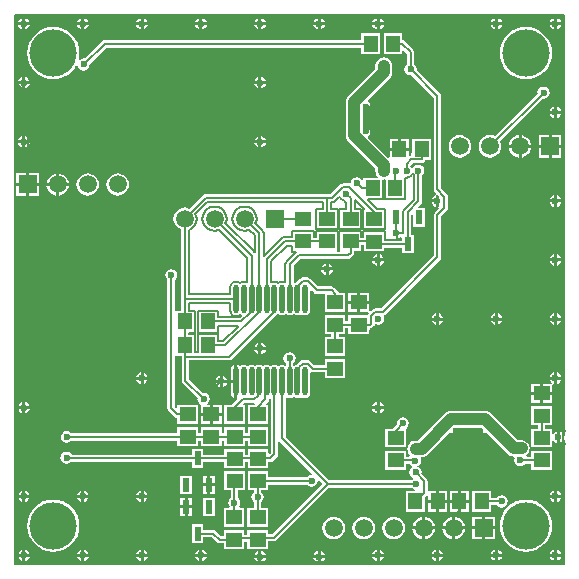
<source format=gbl>
%FSTAX23Y23*%
%MOIN*%
%SFA1B1*%

%IPPOS*%
%ADD12C,0.039370*%
%ADD14R,0.053150X0.047244*%
%ADD15R,0.047244X0.053150*%
%ADD25C,0.008000*%
%ADD26C,0.157480*%
%ADD27C,0.059055*%
%ADD28R,0.059055X0.059055*%
%ADD29C,0.023622*%
%ADD30O,0.017717X0.094488*%
%ADD31R,0.023622X0.045275*%
%ADD32R,0.189240X0.129689*%
%ADD33R,0.124271X0.192653*%
%ADD34R,0.082000X0.026000*%
%ADD35R,0.066000X0.082000*%
%ADD59C,0.005000*%
%ADD60C,0.010000*%
%LNv2-1*%
%LPD*%
G54D59*
X039Y03501D02*
X039Y03501D01*
X039Y035*
X03895Y03508*
X03888Y03513*
X03882Y03514*
Y03492*
Y0347*
X03888Y03471*
X03895Y03476*
X039Y03483*
X039Y03482*
X039Y03482*
Y03067*
X02067*
Y049*
X039*
Y03501*
G54D60*
X03895Y03505D02*
X03894Y03505D01*
X0389Y03524*
X03899Y03511*
X0389Y03517*
X03877Y0352*
Y03492*
Y03463*
X0389Y03466*
X03899Y03472*
X0389Y03459*
X03894Y03478*
X03895Y03478*
Y03072*
X02072*
Y04895*
X03895*
Y03505*
X02074Y03078D02*
X03895D01*
X02074Y03088D02*
X03895D01*
X02074Y03098D02*
X03895D01*
X02074Y03108D02*
X03895D01*
X02074Y03118D02*
X03895D01*
X02074Y03128D02*
X03895D01*
X02074Y03138D02*
X03895D01*
X02074Y03148D02*
X03895D01*
X02074Y03158D02*
X03895D01*
X02074Y03168D02*
X03895D01*
X02074Y03178D02*
X03895D01*
X02074Y03188D02*
X03895D01*
X02074Y03198D02*
X03895D01*
X02074Y03208D02*
X03895D01*
X02074Y03218D02*
X03895D01*
X02074Y03228D02*
X03895D01*
X02074Y03238D02*
X03895D01*
X02074Y03248D02*
X03895D01*
X02074Y03258D02*
X03895D01*
X02074Y03268D02*
X03895D01*
X02074Y03278D02*
X03895D01*
X02074Y03288D02*
X03895D01*
X02074Y03298D02*
X03895D01*
X02074Y03308D02*
X03895D01*
X02074Y03318D02*
X03895D01*
X02074Y03328D02*
X03895D01*
X02074Y03338D02*
X03895D01*
X02074Y03348D02*
X03895D01*
X02074Y03358D02*
X03895D01*
X02074Y03368D02*
X03895D01*
X02074Y03378D02*
X03895D01*
X02074Y03388D02*
X03895D01*
X02074Y03398D02*
X03895D01*
X02074Y03408D02*
X03895D01*
X02074Y03418D02*
X03895D01*
X02074Y03428D02*
X03895D01*
X02074Y03438D02*
X03895D01*
X02074Y03448D02*
X03895D01*
X02074Y03458D02*
X03895D01*
X02074Y03468D02*
X03875D01*
X03894D02*
X03895D01*
X02074Y03478D02*
X03875D01*
X02074Y03488D02*
X03875D01*
X02074Y03498D02*
X03875D01*
X02074Y03508D02*
X03875D01*
X03896D02*
X03895D01*
X02074Y03518D02*
X03875D01*
X03892D02*
X03895D01*
X02074Y03528D02*
X03895D01*
X02074Y03538D02*
X03895D01*
X02074Y03548D02*
X03895D01*
X02074Y03558D02*
X03895D01*
X02074Y03568D02*
X03895D01*
X02074Y03578D02*
X03895D01*
X02074Y03588D02*
X03895D01*
X02074Y03598D02*
X03895D01*
X02074Y03608D02*
X03895D01*
X02074Y03618D02*
X03895D01*
X02074Y03628D02*
X03895D01*
X02074Y03638D02*
X03895D01*
X02074Y03648D02*
X03895D01*
X02074Y03658D02*
X03895D01*
X02074Y03668D02*
X03895D01*
X02074Y03678D02*
X03895D01*
X02074Y03688D02*
X03895D01*
X02074Y03698D02*
X03895D01*
X02074Y03708D02*
X03895D01*
X02074Y03718D02*
X03895D01*
X02074Y03728D02*
X03895D01*
X02074Y03738D02*
X03895D01*
X02074Y03748D02*
X03895D01*
X02074Y03758D02*
X03895D01*
X02074Y03768D02*
X03895D01*
X02074Y03778D02*
X03895D01*
X02074Y03788D02*
X03895D01*
X02074Y03798D02*
X03895D01*
X02074Y03808D02*
X03895D01*
X02074Y03818D02*
X03895D01*
X02074Y03828D02*
X03895D01*
X02074Y03838D02*
X03895D01*
X02074Y03848D02*
X03895D01*
X02074Y03858D02*
X03895D01*
X02074Y03868D02*
X03895D01*
X02074Y03878D02*
X03895D01*
X02074Y03888D02*
X03895D01*
X02074Y03898D02*
X03895D01*
X02074Y03908D02*
X03895D01*
X02074Y03918D02*
X03895D01*
X02074Y03928D02*
X03895D01*
X02074Y03938D02*
X03895D01*
X02074Y03948D02*
X03895D01*
X02074Y03958D02*
X03895D01*
X02074Y03968D02*
X03895D01*
X02074Y03978D02*
X03895D01*
X02074Y03988D02*
X03895D01*
X02074Y03998D02*
X03895D01*
X02074Y04008D02*
X03895D01*
X02074Y04018D02*
X03895D01*
X02074Y04028D02*
X03895D01*
X02074Y04038D02*
X03895D01*
X02074Y04048D02*
X03895D01*
X02074Y04058D02*
X03895D01*
X02074Y04068D02*
X03895D01*
X02074Y04078D02*
X03895D01*
X02074Y04088D02*
X03895D01*
X02074Y04098D02*
X03895D01*
X02074Y04108D02*
X03895D01*
X02074Y04118D02*
X03895D01*
X02074Y04128D02*
X03895D01*
X02074Y04138D02*
X03895D01*
X02074Y04148D02*
X03895D01*
X02074Y04158D02*
X03895D01*
X02074Y04168D02*
X03895D01*
X02074Y04178D02*
X03895D01*
X02074Y04188D02*
X03895D01*
X02074Y04198D02*
X03895D01*
X02074Y04208D02*
X03895D01*
X02074Y04218D02*
X03895D01*
X02074Y04228D02*
X03895D01*
X02074Y04238D02*
X03895D01*
X02074Y04248D02*
X03895D01*
X02074Y04258D02*
X03895D01*
X02074Y04268D02*
X03895D01*
X02074Y04278D02*
X03895D01*
X02074Y04288D02*
X03895D01*
X02074Y04298D02*
X03895D01*
X02074Y04308D02*
X03895D01*
X02074Y04318D02*
X03895D01*
X02074Y04328D02*
X03895D01*
X02074Y04338D02*
X03895D01*
X02074Y04348D02*
X03895D01*
X02074Y04358D02*
X03895D01*
X02074Y04368D02*
X03895D01*
X02074Y04378D02*
X03895D01*
X02074Y04388D02*
X03895D01*
X02074Y04398D02*
X03895D01*
X02074Y04408D02*
X03895D01*
X02074Y04418D02*
X03895D01*
X02074Y04428D02*
X03895D01*
X02074Y04438D02*
X03895D01*
X02074Y04448D02*
X03895D01*
X02074Y04458D02*
X03895D01*
X02074Y04468D02*
X03895D01*
X02074Y04478D02*
X03895D01*
X02074Y04488D02*
X03895D01*
X02074Y04498D02*
X03895D01*
X02074Y04508D02*
X03895D01*
X02074Y04518D02*
X03895D01*
X02074Y04528D02*
X03895D01*
X02074Y04538D02*
X03895D01*
X02074Y04548D02*
X03895D01*
X02074Y04558D02*
X03895D01*
X02074Y04568D02*
X03895D01*
X02074Y04578D02*
X03895D01*
X02074Y04588D02*
X03895D01*
X02074Y04598D02*
X03895D01*
X02074Y04608D02*
X03895D01*
X02074Y04618D02*
X03895D01*
X02074Y04628D02*
X03895D01*
X02074Y04638D02*
X03895D01*
X02074Y04648D02*
X03895D01*
X02074Y04658D02*
X03895D01*
X02074Y04668D02*
X03895D01*
X02074Y04678D02*
X03895D01*
X02074Y04688D02*
X03895D01*
X02074Y04698D02*
X03895D01*
X02074Y04708D02*
X03895D01*
X02074Y04718D02*
X03895D01*
X02074Y04728D02*
X03895D01*
X02074Y04738D02*
X03895D01*
X02074Y04748D02*
X03895D01*
X02074Y04758D02*
X03895D01*
X02074Y04768D02*
X03895D01*
X02074Y04778D02*
X03895D01*
X02074Y04788D02*
X03895D01*
X02074Y04798D02*
X03895D01*
X02074Y04808D02*
X03895D01*
X02074Y04818D02*
X03895D01*
X02074Y04828D02*
X03895D01*
X02074Y04838D02*
X03895D01*
X02074Y04848D02*
X03895D01*
X02074Y04858D02*
X03895D01*
X02074Y04868D02*
X03895D01*
X02074Y04878D02*
X03895D01*
X02074Y04888D02*
X03895D01*
X02988Y04105D02*
X03002D01*
X03Y04111*
X03001Y04112*
X0297Y04081*
X02966Y04075*
X02965Y04068*
Y04012*
X02968Y04013*
X02968Y04014*
X02959Y04015*
X02949Y04014*
X02946Y04011*
X02943Y04014*
X02933Y04015*
X02924Y04014*
X02924Y04013*
X02927Y04012*
Y04076*
X02976Y04124*
X02988*
Y04105*
X02929Y04018D02*
Y04077D01*
X02939Y04016D02*
Y04087D01*
X02949Y04016D02*
Y04097D01*
X02959Y04018D02*
Y04107D01*
X02969Y0408D02*
Y04117D01*
X02979Y04092D02*
Y04125D01*
X02989Y04102D02*
Y04105D01*
X02999Y04108D02*
Y04109D01*
X03393Y0436D02*
X03393Y0436D01*
Y04285*
X03363Y04255*
X03359Y04249*
X03358Y04242*
Y04175*
X03363Y04177*
X03355Y04187*
X03353Y04176*
X03338*
Y04145*
X03351Y04147*
X03354Y0415*
X0335Y04151*
Y04155*
X03307*
Y04182*
X03224*
Y04164*
X03228*
Y04183*
X03145*
Y04116*
X03145Y04116*
X0315Y04125*
Y04113*
Y04183*
X03067*
Y04164*
X03071*
Y04183*
X02988*
Y04164*
X02967*
X02961Y04162*
X02955Y04158*
X02933Y04137*
X02906Y04098*
X02902Y04099*
Y04172*
X02901Y04176*
X029Y04178*
X02896Y04184*
X02876Y04205*
X02877Y04208*
X02879Y0422*
X02877Y04231*
X02873Y04242*
X02866Y04252*
X02856Y04259*
X02845Y04263*
X02834Y04265*
X02822Y04263*
X02811Y04259*
X02801Y04252*
X02794Y04242*
X0279Y04231*
X02788Y0422*
X0279Y04208*
X02794Y04197*
X02801Y04187*
X02811Y0418*
X02822Y04176*
X02834Y04174*
X02845Y04176*
X02848Y04177*
X02863Y04163*
Y04112*
X02858Y04111*
X02831Y04149*
X02776Y04205*
X02777Y04208*
X02779Y0422*
X02777Y04231*
X02773Y04242*
X02766Y04252*
X02756Y04259*
X02745Y04263*
X02734Y04265*
X02722Y04263*
X02711Y04259*
X02701Y04252*
X02694Y04242*
X0269Y04231*
X02688Y0422*
X0269Y04208*
X02694Y04197*
X02701Y04187*
X02711Y0418*
X02722Y04176*
X02734Y04174*
X02745Y04176*
X02748Y04177*
X02837Y04088*
Y04012*
X0284Y04013*
X0284Y04014*
X02831Y04015*
X02821Y04014*
X02818Y04011*
X02815Y04014*
X02805Y04015*
X02796Y04014*
X02788Y04008*
X02783Y04*
X02781Y03991*
Y03972*
X02653*
Y04179*
X02656Y0418*
X02666Y04187*
X02673Y04197*
X02677Y04208*
X02679Y0422*
X02677Y04231*
X02676Y04234*
X02712Y0427*
X03089*
Y04258*
X03067*
Y0418*
X0315*
Y04258*
X03128*
Y0427*
X03127*
X03134Y04271*
X03139Y04275*
X03151Y04287*
X03148Y04287*
X03152Y04282*
X03161Y04276*
X03165Y04275*
X03167Y04266*
Y04258*
X03145*
Y0418*
X03228*
Y04258*
X03206*
Y04279*
X03204Y04278*
X03201Y04278*
X03227Y04252*
X03229Y04257*
X03224*
Y04179*
X03307*
Y04257*
X03278*
X03251Y04284*
X03249Y0428*
X033*
Y04344*
X03299Y04343*
X03298Y04343*
X03298Y04343*
X03297Y04344*
Y0428*
X03375*
Y04352*
X03373Y04351*
X03373Y04351*
X03384Y04353*
X03393Y04359*
X03395Y04362*
X03392*
X03393Y0436*
X02655Y03977D02*
X0278D01*
X02655Y03987D02*
X0278D01*
X02655Y03997D02*
X02782D01*
X02655Y04007D02*
X02786D01*
X02655Y04017D02*
X02836D01*
X02655Y04027D02*
X02836D01*
X02655Y04037D02*
X02836D01*
X02655Y04047D02*
X02836D01*
X02655Y04057D02*
X02836D01*
X02655Y04067D02*
X02836D01*
X02655Y04077D02*
X02836D01*
X02655Y04087D02*
X02836D01*
X02655Y04097D02*
X02828D01*
X02655Y04107D02*
X02818D01*
X02903D02*
X02912D01*
X02655Y04117D02*
X02808D01*
X02857D02*
X02862D01*
X02903D02*
X02918D01*
X02655Y04127D02*
X02798D01*
X02849D02*
X02862D01*
X02903D02*
X02926D01*
X03147D02*
X0315D01*
X02655Y04137D02*
X02788D01*
X02843D02*
X02862D01*
X02903D02*
X02932D01*
X03147D02*
X0315D01*
X02655Y04147D02*
X02778D01*
X02837D02*
X02862D01*
X02903D02*
X02942D01*
X03147D02*
X0315D01*
X03339D02*
X03346D01*
X02655Y04157D02*
X02768D01*
X02827D02*
X02862D01*
X02903D02*
X02952D01*
X03147D02*
X0315D01*
X03309D02*
X03336D01*
X02655Y04167D02*
X02758D01*
X02817D02*
X02858D01*
X02903D02*
X02986D01*
X03069D02*
X0307D01*
X03147D02*
X0315D01*
X03225D02*
X03228D01*
X03309D02*
X03336D01*
X02655Y04177D02*
X02718D01*
X02749D02*
X02748D01*
X02807D02*
X02818D01*
X02849D02*
X02848D01*
X02903D02*
X02986D01*
X03069D02*
X0307D01*
X03147D02*
X0315D01*
X03225D02*
X03228D01*
X03309D02*
X03354D01*
X03359D02*
X03362D01*
X02667Y04187D02*
X02702D01*
X02797D02*
X02802D01*
X02897D02*
X03066D01*
X03147D02*
X0315D01*
X03225D02*
X03228D01*
X03309D02*
X03356D01*
X02675Y04197D02*
X02694D01*
X02787D02*
X02794D01*
X02887D02*
X03066D01*
X03147D02*
X0315D01*
X03225D02*
X03228D01*
X03309D02*
X03356D01*
X02679Y04207D02*
X0269D01*
X02779D02*
X0279D01*
X02879D02*
X03066D01*
X03147D02*
X0315D01*
X03225D02*
X03228D01*
X03309D02*
X03356D01*
X02681Y04217D02*
X02688D01*
X02781D02*
X02788D01*
X02881D02*
X03066D01*
X03147D02*
X0315D01*
X03225D02*
X03228D01*
X03309D02*
X03356D01*
X02681Y04227D02*
X02688D01*
X02781D02*
X02788D01*
X02881D02*
X03066D01*
X03147D02*
X0315D01*
X03225D02*
X03228D01*
X03309D02*
X03356D01*
X02681Y04237D02*
X02692D01*
X02777D02*
X02792D01*
X02877D02*
X03066D01*
X03147D02*
X0315D01*
X03225D02*
X03228D01*
X03309D02*
X03356D01*
X02691Y04247D02*
X02698D01*
X02771D02*
X02798D01*
X02871D02*
X03066D01*
X03147D02*
X0315D01*
X03225D02*
X03228D01*
X03309D02*
X03358D01*
X02701Y04257D02*
X02708D01*
X02761D02*
X02808D01*
X02861D02*
X03066D01*
X03147D02*
X0315D01*
X03225D02*
X03228D01*
X03279D02*
X03364D01*
X02711Y04267D02*
X03088D01*
X03131D02*
X03166D01*
X03209D02*
X03212D01*
X03271D02*
X03374D01*
X03143Y04277D02*
X03158D01*
X03205D02*
X03206D01*
X03261D02*
X03384D01*
X03151Y04287D02*
X0315D01*
X03299D02*
X033D01*
X03377D02*
X03392D01*
X03299Y04297D02*
X033D01*
X03377D02*
X03392D01*
X03299Y04307D02*
X033D01*
X03377D02*
X03392D01*
X03299Y04317D02*
X033D01*
X03377D02*
X03392D01*
X03299Y04327D02*
X033D01*
X03377D02*
X03392D01*
X03299Y04337D02*
X033D01*
X03377D02*
X03392D01*
X03377Y04347D02*
X03392D01*
X03393Y04357D02*
X03392D01*
X02781Y03913D02*
X02783Y03904D01*
X02788Y03896*
X02796Y03891*
X02805Y03889*
X02815Y03891*
X02818Y03893*
X02816Y03895*
X02816Y03897*
X02815Y03896*
X0275*
Y03918*
X02672*
Y03835*
X0275*
Y03857*
X02808*
X02806Y03862*
X02761Y03817*
X0275*
Y03839*
X02672*
Y03779*
X02675*
Y03839*
X02653*
Y03835*
X02675*
Y03918*
X02653*
Y03933*
X02781*
Y03913*
X02673Y03784D02*
X02674D01*
X02673Y03794D02*
X02674D01*
X02673Y03804D02*
X02674D01*
X02673Y03814D02*
X02674D01*
X02673Y03824D02*
X02674D01*
X02751D02*
X02766D01*
X02673Y03834D02*
X02674D01*
X02751D02*
X02776D01*
X02673Y03844D02*
X02674D01*
X02751D02*
X02786D01*
X02673Y03854D02*
X02674D01*
X02751D02*
X02796D01*
X02673Y03864D02*
X02674D01*
X02673Y03874D02*
X02674D01*
X02673Y03884D02*
X02674D01*
X02673Y03894D02*
X02674D01*
X02795D02*
X02819D01*
X02673Y03904D02*
X02674D01*
X02751D02*
X02782D01*
X02673Y03914D02*
X02674D01*
X02751D02*
X0278D01*
X02655Y03924D02*
X0278D01*
%LNv2-2*%
%LPC*%
G36*
X02659Y03363D02*
X02619D01*
Y03302*
X02659*
Y03363*
G37*
G36*
X02734Y03327D02*
X02719D01*
Y03302*
X02734*
Y03327*
G37*
G36*
X02709D02*
X02694D01*
Y03302*
X02709*
Y03327*
G37*
G36*
X03875Y03314D02*
Y033D01*
X03889*
X03888Y03302*
X03884Y03309*
X03877Y03313*
X03875Y03314*
G37*
G36*
X02487D02*
X02484Y03313D01*
X02477Y03309*
X02473Y03302*
X02473Y033*
X02487*
Y03314*
G37*
G36*
X02497D02*
Y033D01*
X02511*
X0251Y03302*
X02506Y03309*
X02499Y03313*
X02497Y03314*
G37*
G36*
X03865D02*
X03862Y03313D01*
X03855Y03309*
X03851Y03302*
X03851Y033*
X03865*
Y03314*
G37*
G36*
X02709Y03363D02*
X02694D01*
Y03337*
X02709*
Y03363*
G37*
G36*
X03858Y03594D02*
X03789D01*
Y03531*
X03811*
Y0352*
X03789*
Y03457*
X03858*
Y03479*
X03863Y03481*
X03865Y03477*
X03871Y03473*
X03874Y03473*
Y03492*
Y03511*
X03871Y0351*
X03865Y03506*
X03863Y03503*
X03858Y03504*
Y0352*
X03836*
Y03531*
X03858*
Y03594*
G37*
G36*
X02835Y03524D02*
X02766D01*
Y03504*
X02757*
Y03524*
X02688*
Y03504*
X02679*
Y03524*
X0261*
Y03504*
X02256*
X02255Y03506*
X02249Y03511*
X02241Y03512*
X02233Y03511*
X02227Y03506*
X02222Y035*
X02221Y03492*
X02222Y03484*
X02227Y03478*
X02233Y03474*
X02241Y03472*
X02249Y03474*
X02255Y03478*
X02256Y0348*
X0261*
Y03461*
X02679*
Y0348*
X02688*
Y03461*
X02757*
Y0348*
X02766*
Y03461*
X02835*
Y0348*
X02844*
Y03461*
X02913*
Y03524*
X02844*
Y03504*
X02835*
Y03524*
G37*
G36*
X02718Y03562D02*
X02688D01*
Y03535*
X02718*
Y03562*
G37*
G36*
X03362Y03557D02*
X03354Y03555D01*
X03347Y03551*
X03343Y03544*
X03341Y03537*
X03342Y03534*
X03328Y0352*
X03302*
Y03457*
X03371*
Y03519*
X03376Y03522*
X0338Y03529*
X03382Y03537*
X0338Y03544*
X03376Y03551*
X03369Y03555*
X03362Y03557*
G37*
G36*
X02734Y03363D02*
X02719D01*
Y03337*
X02734*
Y03363*
G37*
G36*
X03534Y03388D02*
X0352D01*
X03521Y03386*
X03525Y03379*
X03531Y03375*
X03534Y03374*
Y03388*
G37*
G36*
X03637D02*
X03623D01*
Y03374*
X03626Y03375*
X03632Y03379*
X03636Y03386*
X03637Y03388*
G37*
G36*
X023Y03314D02*
Y033D01*
X02314*
X02313Y03302*
X02309Y03309*
X02302Y03313*
X023Y03314*
G37*
G36*
X02314Y0329D02*
X023D01*
Y03276*
X02302Y03276*
X02309Y03281*
X02313Y03287*
X02314Y0329*
G37*
G36*
X0229D02*
X02276D01*
X02276Y03287*
X02281Y03281*
X02287Y03276*
X0229Y03276*
Y0329*
G37*
G36*
X02511D02*
X02497D01*
Y03276*
X02499Y03276*
X02506Y03281*
X0251Y03287*
X02511Y0329*
G37*
G36*
X02487D02*
X02473D01*
X02473Y03287*
X02477Y03281*
X02484Y03276*
X02487Y03276*
Y0329*
G37*
G36*
X02659Y03289D02*
X02644D01*
Y03264*
X02659*
Y03289*
G37*
G36*
X02634D02*
X02619D01*
Y03264*
X02634*
Y03289*
G37*
G36*
X02117Y0329D02*
X02103D01*
Y03276*
X02106Y03276*
X02112Y03281*
X02116Y03287*
X02117Y0329*
G37*
G36*
X02093D02*
X02079D01*
X02079Y03287*
X02084Y03281*
X0209Y03276*
X02093Y03276*
Y0329*
G37*
G36*
Y03314D02*
X0209Y03313D01*
X02084Y03309*
X02079Y03302*
X02079Y033*
X02093*
Y03314*
G37*
G36*
X03582Y03311D02*
X03555D01*
Y03282*
X03582*
Y03311*
G37*
G36*
X0229Y03314D02*
X02287Y03313D01*
X02281Y03309*
X02276Y03302*
X02276Y033*
X0229*
Y03314*
G37*
G36*
X02103D02*
Y033D01*
X02117*
X02116Y03302*
X02112Y03309*
X02106Y03313*
X02103Y03314*
G37*
G36*
X03889Y0329D02*
X03875D01*
Y03276*
X03877Y03276*
X03884Y03281*
X03888Y03287*
X03889Y0329*
G37*
G36*
X03865D02*
X03851D01*
X03851Y03287*
X03855Y03281*
X03862Y03276*
X03865Y03276*
Y0329*
G37*
G36*
X03545Y03311D02*
X03519D01*
Y03282*
X03545*
Y03311*
G37*
G36*
X03509D02*
X03483D01*
Y03282*
X03509*
Y03311*
G37*
G36*
X028Y03731D02*
X02799Y03731D01*
X02793Y03727*
X0279Y03722*
X02788Y03715*
Y03682*
X028*
Y03731*
G37*
G36*
X02761Y03696D02*
Y03682D01*
X02775*
X02774Y03684*
X0277Y03691*
X02763Y03695*
X02761Y03696*
G37*
G36*
X02497Y03708D02*
Y03693D01*
X02511*
X0251Y03696*
X02506Y03703*
X02499Y03707*
X02497Y03708*
G37*
G36*
X02487D02*
X02484Y03707D01*
X02477Y03703*
X02473Y03696*
X02473Y03693*
X02487*
Y03708*
G37*
G36*
X03889Y03683D02*
X03875D01*
Y03669*
X03877Y0367*
X03884Y03674*
X03888Y03681*
X03889Y03683*
G37*
G36*
X02511D02*
X02497D01*
Y03669*
X02499Y0367*
X02506Y03674*
X0251Y03681*
X02511Y03683*
G37*
G36*
X02751Y03696D02*
X02748Y03695D01*
X02742Y03691*
X02737Y03684*
X02737Y03682*
X02751*
Y03696*
G37*
G36*
X03865Y03683D02*
X03851D01*
X03851Y03681*
X03855Y03674*
X03857Y03673*
X03856Y0367*
X03856Y03668*
X03829*
Y03642*
X03858*
Y03664*
X03859Y03666*
X03861Y03668*
X03862Y0367*
X03865Y03669*
Y03683*
G37*
G36*
X0288Y03806D02*
X02878Y03805D01*
X02871Y03801*
X02867Y03795*
X02866Y03792*
X0288*
Y03806*
G37*
G36*
X02904Y03782D02*
X0289D01*
Y03768*
X02893Y03768*
X029Y03773*
X02904Y03779*
X02904Y03782*
G37*
G36*
X03471Y0388D02*
X03457D01*
X03457Y03878*
X03462Y03871*
X03468Y03867*
X03471Y03866*
Y0388*
G37*
G36*
X0289Y03806D02*
Y03792D01*
X02904*
X02904Y03795*
X029Y03801*
X02893Y03805*
X0289Y03806*
G37*
G36*
X03875Y03708D02*
Y03693D01*
X03889*
X03888Y03696*
X03884Y03703*
X03877Y03707*
X03875Y03708*
G37*
G36*
X03865D02*
X03862Y03707D01*
X03855Y03703*
X03851Y03696*
X03851Y03693*
X03865*
Y03708*
G37*
G36*
X0288Y03782D02*
X02866D01*
X02867Y03779*
X02871Y03773*
X02878Y03768*
X0288Y03768*
Y03782*
G37*
G36*
X02984Y03774D02*
X02976Y03772D01*
X02969Y03768*
X02965Y03761*
X02963Y03754*
X02965Y03746*
X02969Y03739*
X02971Y03738*
Y03732*
X02967Y0373*
X02965Y03731*
X02959Y03732*
X02952Y03731*
X02947Y03727*
X02945*
X0294Y03731*
X02933Y03732*
X02927Y03731*
X02921Y03727*
X0292*
X02914Y03731*
X02908Y03732*
X02901Y03731*
X02896Y03727*
X02894*
X02889Y03731*
X02882Y03732*
X02876Y03731*
X0287Y03727*
X02869*
X02863Y03731*
X02857Y03732*
X0285Y03731*
X02844Y03727*
X02843*
X02837Y03731*
X02831Y03732*
X02824Y03731*
X02819Y03727*
X02817*
X02812Y03731*
X0281Y03731*
Y03677*
Y03622*
X02807Y03621*
X02809Y03617*
X02792Y036*
X02791Y03598*
X02766*
Y03535*
X02835*
Y03598*
X02831*
X02829Y03603*
X02832Y03605*
X02865*
X02866Y03606*
X02869Y03603*
X02868Y03601*
X02864Y03598*
X02844*
Y03535*
X02913*
Y03598*
X02907*
X02905Y03603*
X02911Y03609*
X02914Y03613*
X02915Y03618*
Y0362*
X02919Y03623*
X02921Y03622*
Y03439*
X02918Y03436*
X02913Y03438*
Y03451*
X02844*
Y03433*
X02835*
Y03451*
X02766*
Y03433*
X02696*
Y03451*
X02657*
Y03433*
X02257*
X02255Y03437*
X02248Y03441*
X02241Y03443*
X02233Y03441*
X02226Y03437*
X02222Y0343*
X0222Y03423*
X02222Y03415*
X02226Y03408*
X02233Y03404*
X02241Y03402*
X02248Y03404*
X02255Y03408*
X02255Y03409*
X02657*
Y0339*
X02696*
Y03409*
X02766*
Y03388*
X02835*
Y03409*
X02844*
Y03388*
X02913*
Y03409*
X0292*
X02924Y0341*
X02928Y03412*
X02942Y03426*
X02944Y0343*
X02945Y03434*
Y03478*
X0295Y03479*
X0295Y03479*
X03059Y0337*
X03057Y03365*
X03057Y03366*
X03049Y03364*
X03042Y0336*
X03041Y03357*
X02913*
Y03377*
X02844*
Y03314*
X02864*
Y03307*
X02862Y03306*
X02858Y03299*
X02856Y03292*
X02858Y03284*
X02862Y03277*
X02864Y03276*
Y03256*
X02842*
Y03193*
X02911*
Y03256*
X02889*
Y03276*
X02891Y03277*
X02895Y03284*
X02897Y03292*
X02895Y03299*
X02891Y03306*
X02889Y03307*
Y03314*
X02913*
Y03333*
X03041*
X03042Y03331*
X03049Y03327*
X03057Y03325*
X03064Y03327*
X03071Y03331*
X03075Y03338*
X03077Y03346*
X03076Y03346*
X03081Y03348*
X03091Y03338*
Y03333*
X02926Y03168*
X02911*
Y03182*
X02842*
Y03166*
X02833*
Y03182*
X02764*
Y03162*
X02755*
X02738Y03179*
X02734Y03181*
X0273Y03182*
X02696*
Y03201*
X02657*
Y0314*
X02696*
Y03158*
X02725*
X02742Y03141*
X02746Y03138*
X02751Y03137*
X02754Y03138*
X02764*
Y03119*
X02833*
Y03142*
X02842*
Y03119*
X02911*
Y03144*
X02932*
X02936Y03145*
X0294Y03148*
X03116Y03323*
X0339*
X03391Y03321*
X03398Y03317*
X03403Y03316*
X03403Y03316*
X03403Y03311*
X03372*
Y03242*
X03435*
Y03291*
X0344Y03296*
X03442Y03299*
X03446Y03297*
Y03282*
X03473*
Y03311*
X03447*
X03446*
X03444Y03314*
Y03346*
X03443Y03349*
X03443Y0335*
X0344Y03354*
X03423Y03371*
X03424Y03374*
X03422Y03381*
X03418Y03388*
X03411Y03392*
X0341Y03392*
Y03394*
X03417Y03398*
X03421Y03405*
X03423Y03413*
X03421Y0342*
X03421Y0342*
X03423Y03425*
X03424*
X03432Y03426*
X03438Y03428*
X03444Y03433*
X03516Y03505*
X03521Y03504*
X03525Y03497*
X03529Y03494*
Y03489*
X03525Y03486*
X03521Y0348*
X0352Y03477*
X03539*
Y03467*
X0352*
X03521Y03465*
X03525Y03458*
X03529Y03455*
Y0345*
X03525Y03447*
X03521Y0344*
X0352Y03438*
X03539*
Y03428*
X0352*
X03521Y03425*
X03525Y03419*
X03529Y03416*
Y03411*
X03525Y03408*
X03521Y03401*
X0352Y03398*
X03539*
Y03393*
X03544*
Y03374*
X03547Y03375*
X03553Y03379*
X03556Y03384*
X03561*
X03564Y03379*
X03571Y03375*
X03574Y03374*
Y03393*
X03584*
Y03374*
X03586Y03375*
X03593Y03379*
X03596Y03384*
X03601*
X03604Y03379*
X0361Y03375*
X03613Y03374*
Y03393*
X03618*
Y03398*
X03637*
X03636Y03401*
X03632Y03408*
X03626Y03412*
Y03414*
X03632Y03419*
X03636Y03425*
X03637Y03428*
X03618*
Y03438*
X03637*
X03636Y0344*
X03632Y03447*
X03626Y03451*
Y03454*
X03632Y03458*
X03636Y03465*
X03637Y03467*
X03618*
Y03477*
X03637*
X03636Y0348*
X03632Y03486*
X03626Y03491*
Y03493*
X03632Y03497*
X03636Y03504*
X03641Y03505*
X03712Y03434*
X03718Y03429*
X03724Y03427*
X03731Y03426*
X03734Y03422*
X03732Y03414*
X03734Y03406*
X03738Y034*
X03744Y03396*
X03752Y03394*
X0376Y03396*
X03766Y034*
X03768Y03402*
X03789*
Y03383*
X03858*
Y03446*
X03789*
Y03426*
X03774*
X03772Y03431*
X03776Y03434*
X03781Y0344*
X03783Y03446*
X03784Y03454*
X03783Y03461*
X03781Y03467*
X03776Y03473*
X0377Y03478*
X03764Y0348*
X03757Y03481*
X03743*
X03654Y03571*
X03648Y03575*
X03641Y03578*
X03634Y03579*
X03523*
X03516Y03578*
X03509Y03575*
X03503Y03571*
X03413Y0348*
X03404*
X03396Y03479*
X0339Y03477*
X03384Y03472*
X03379Y03466*
X03377Y0346*
X03376Y03453*
X03377Y03445*
X03379Y03439*
X03384Y03433*
X03385Y03432*
X03386Y03431*
X03383Y03426*
X03371*
Y03446*
X03302*
Y03383*
X03371*
Y03402*
X03386*
X03388Y03398*
X03393Y03395*
Y0339*
X03389Y03388*
X03385Y03381*
X03383Y03374*
X03385Y03366*
X03389Y03359*
X03394Y03356*
Y03351*
X03391Y0335*
X0339Y03348*
X03116*
X02971Y03493*
Y03622*
X02975Y03624*
X02978Y03623*
X02984Y03621*
X02991Y03623*
X02997Y03626*
X02998*
X03004Y03623*
X0301Y03621*
X03017Y03623*
X03022Y03626*
X03024*
X03029Y03623*
X03036Y03621*
X03042Y03623*
X03048Y03626*
X03051Y03632*
X03053Y03638*
Y03705*
X03057Y03708*
X03061Y03707*
X03101*
Y03688*
X0317*
Y03751*
X03101*
Y03731*
X03066*
X03053Y03744*
X03049Y03747*
X03044Y03748*
X03027*
X03022Y03747*
X03019Y03744*
X03006Y03732*
X03006Y03731*
X03004Y03731*
X03Y03729*
X02996Y03731*
Y03738*
X02998Y03739*
X03002Y03746*
X03004Y03754*
X03002Y03761*
X02998Y03768*
X02991Y03772*
X02984Y03774*
G37*
G36*
X02487Y03683D02*
X02473D01*
X02473Y03681*
X02477Y03674*
X02484Y0367*
X02487Y03669*
Y03683*
G37*
G36*
X02757Y03598D02*
X02728D01*
Y03572*
X02757*
Y03598*
G37*
G36*
X03298Y03585D02*
X03284D01*
Y03571*
X03287Y03572*
X03293Y03576*
X03298Y03582*
X03298Y03585*
G37*
G36*
X02103Y03609D02*
Y03595D01*
X02117*
X02116Y03598*
X02112Y03604*
X02106Y03609*
X02103Y03609*
G37*
G36*
X02093D02*
X0209Y03609D01*
X02084Y03604*
X02079Y03598*
X02079Y03595*
X02093*
Y03609*
G37*
G36*
Y03585D02*
X02079D01*
X02079Y03582*
X02084Y03576*
X0209Y03572*
X02093Y03571*
Y03585*
G37*
G36*
X02757Y03562D02*
X02728D01*
Y03535*
X02757*
Y03562*
G37*
G36*
X03274Y03585D02*
X0326D01*
X0326Y03582*
X03265Y03576*
X03271Y03572*
X03274Y03571*
Y03585*
G37*
G36*
X02117D02*
X02103D01*
Y03571*
X02106Y03572*
X02112Y03576*
X02116Y03582*
X02117Y03585*
G37*
G36*
X03819Y03668D02*
X03789D01*
Y03642*
X03819*
Y03668*
G37*
G36*
X028Y03672D02*
X02788D01*
Y03638*
X0279Y03632*
X02793Y03626*
X02799Y03623*
X028Y03622*
Y03672*
G37*
G36*
X02775D02*
X02761D01*
Y03658*
X02763Y03658*
X0277Y03663*
X02774Y03669*
X02775Y03672*
G37*
G36*
X02751D02*
X02737D01*
X02737Y03669*
X02742Y03663*
X02748Y03658*
X02751Y03658*
Y03672*
G37*
G36*
X03284Y03609D02*
Y03595D01*
X03298*
X03298Y03598*
X03293Y03604*
X03287Y03609*
X03284Y03609*
G37*
G36*
X03274D02*
X03271Y03609D01*
X03265Y03604*
X0326Y03598*
X0326Y03595*
X03274*
Y03609*
G37*
G36*
X03858Y03632D02*
X03829D01*
Y03605*
X03858*
Y03632*
G37*
G36*
X03819D02*
X03789D01*
Y03605*
X03819*
Y03632*
G37*
G36*
X03077Y03112D02*
X03074Y03111D01*
X03068Y03107*
X03064Y031*
X03063Y03097*
X03077*
Y03112*
G37*
G36*
X0289D02*
Y03097D01*
X02904*
X02904Y031*
X029Y03107*
X02893Y03111*
X0289Y03112*
G37*
G36*
X02093Y03117D02*
X0209Y03116D01*
X02084Y03112*
X02079Y03106*
X02079Y03103*
X02093*
Y03117*
G37*
G36*
X03087Y03112D02*
Y03097D01*
X03101*
X03101Y031*
X03096Y03107*
X0309Y03111*
X03087Y03112*
G37*
G36*
X03865Y03093D02*
X03851D01*
X03851Y0309*
X03855Y03084*
X03862Y03079*
X03865Y03079*
Y03093*
G37*
G36*
X03692D02*
X03678D01*
Y03079*
X0368Y03079*
X03687Y03084*
X03691Y0309*
X03692Y03093*
G37*
G36*
X0288Y03112D02*
X02878Y03111D01*
X02871Y03107*
X02867Y031*
X02866Y03097*
X0288*
Y03112*
G37*
G36*
X03889Y03093D02*
X03875D01*
Y03079*
X03877Y03079*
X03884Y03084*
X03888Y0309*
X03889Y03093*
G37*
G36*
X02683Y03117D02*
X02681Y03116D01*
X02674Y03112*
X0267Y03106*
X02669Y03103*
X02683*
Y03117*
G37*
G36*
X02497D02*
Y03103D01*
X02511*
X0251Y03106*
X02506Y03112*
X02499Y03116*
X02497Y03117*
G37*
G36*
X03274D02*
X03271Y03116D01*
X03265Y03112*
X0326Y03106*
X0326Y03103*
X03274*
Y03117*
G37*
G36*
X02693D02*
Y03103D01*
X02708*
X02707Y03106*
X02703Y03112*
X02696Y03116*
X02693Y03117*
G37*
G36*
X0229D02*
X02287Y03116D01*
X02281Y03112*
X02276Y03106*
X02276Y03103*
X0229*
Y03117*
G37*
G36*
X02103D02*
Y03103D01*
X02117*
X02116Y03106*
X02112Y03112*
X02106Y03116*
X02103Y03117*
G37*
G36*
X02487D02*
X02484Y03116D01*
X02477Y03112*
X02473Y03106*
X02473Y03103*
X02487*
Y03117*
G37*
G36*
X023D02*
Y03103D01*
X02314*
X02313Y03106*
X02309Y03112*
X02302Y03116*
X023Y03117*
G37*
G36*
X03668Y03093D02*
X03654D01*
X03654Y0309*
X03659Y03084*
X03665Y03079*
X03668Y03079*
Y03093*
G37*
G36*
X02117D02*
X02103D01*
Y03079*
X02106Y03079*
X02112Y03084*
X02116Y0309*
X02117Y03093*
G37*
G36*
X02093D02*
X02079D01*
X02079Y0309*
X02084Y03084*
X0209Y03079*
X02093Y03079*
Y03093*
G37*
G36*
X02314D02*
X023D01*
Y03079*
X02302Y03079*
X02309Y03084*
X02313Y0309*
X02314Y03093*
G37*
G36*
X0229D02*
X02276D01*
X02276Y0309*
X02281Y03084*
X02287Y03079*
X0229Y03079*
Y03093*
G37*
G36*
X02904Y03087D02*
X0289D01*
Y03073*
X02893Y03074*
X029Y03078*
X02904Y03085*
X02904Y03087*
G37*
G36*
X0288D02*
X02866D01*
X02867Y03085*
X02871Y03078*
X02878Y03074*
X0288Y03073*
Y03087*
G37*
G36*
X03101D02*
X03087D01*
Y03073*
X0309Y03074*
X03096Y03078*
X03101Y03085*
X03101Y03087*
G37*
G36*
X03077D02*
X03063D01*
X03064Y03085*
X03068Y03078*
X03074Y03074*
X03077Y03073*
Y03087*
G37*
G36*
X03298Y03093D02*
X03284D01*
Y03079*
X03287Y03079*
X03293Y03084*
X03298Y0309*
X03298Y03093*
G37*
G36*
X03274D02*
X0326D01*
X0326Y0309*
X03265Y03084*
X03271Y03079*
X03274Y03079*
Y03093*
G37*
G36*
X03495D02*
X03481D01*
Y03079*
X03484Y03079*
X0349Y03084*
X03494Y0309*
X03495Y03093*
G37*
G36*
X03471D02*
X03457D01*
X03457Y0309*
X03462Y03084*
X03468Y03079*
X03471Y03079*
Y03093*
G37*
G36*
X02511D02*
X02497D01*
Y03079*
X02499Y03079*
X02506Y03084*
X0251Y0309*
X02511Y03093*
G37*
G36*
X02487D02*
X02473D01*
X02473Y0309*
X02477Y03084*
X02484Y03079*
X02487Y03079*
Y03093*
G37*
G36*
X02708D02*
X02693D01*
Y03079*
X02696Y03079*
X02703Y03084*
X02707Y0309*
X02708Y03093*
G37*
G36*
X02683D02*
X02669D01*
X0267Y0309*
X02674Y03084*
X02681Y03079*
X02683Y03079*
Y03093*
G37*
G36*
X03536Y03226D02*
Y03194D01*
X03568*
X03567Y03198*
X03563Y03207*
X03557Y03215*
X03549Y03221*
X0354Y03225*
X03536Y03226*
G37*
G36*
X03526D02*
X03521Y03225D01*
X03512Y03221*
X03504Y03215*
X03498Y03207*
X03494Y03198*
X03493Y03194*
X03526*
Y03226*
G37*
G36*
X03668Y03226D02*
X03636D01*
Y03194*
X03668*
Y03226*
G37*
G36*
X03626D02*
X03593D01*
Y03194*
X03626*
Y03226*
G37*
G36*
X02835Y03377D02*
X02766D01*
Y03314*
X02787*
Y03288*
X02785Y03287*
X02781Y0328*
X02779Y03273*
X02781Y03265*
X02784Y03261*
X02781Y03256*
X02764*
Y03193*
X02833*
Y03256*
X02818*
X02815Y03261*
X02818Y03265*
X0282Y03273*
X02818Y0328*
X02814Y03287*
X02812Y03288*
Y03314*
X02835*
Y03377*
G37*
G36*
X03568Y03184D02*
X03536D01*
Y03151*
X0354Y03152*
X03549Y03156*
X03557Y03162*
X03563Y0317*
X03567Y03179*
X03568Y03184*
G37*
G36*
X03436Y03226D02*
Y03194D01*
X03468*
X03467Y03198*
X03463Y03207*
X03457Y03215*
X03449Y03221*
X0344Y03225*
X03436Y03226*
G37*
G36*
X03426D02*
X03421Y03225D01*
X03412Y03221*
X03404Y03215*
X03398Y03207*
X03394Y03198*
X03393Y03194*
X03426*
Y03226*
G37*
G36*
X03545Y03272D02*
X03519D01*
Y03242*
X03545*
Y03272*
G37*
G36*
X03509D02*
X03483D01*
Y03242*
X03509*
Y03272*
G37*
G36*
X03656Y03311D02*
X03593D01*
Y03242*
X03656*
Y03264*
X03675*
X03676Y03262*
X03683Y03258*
X03691Y03256*
X03698Y03258*
X03705Y03262*
X03709Y03269*
X03711Y03277*
X03709Y03284*
X03705Y03291*
X03698Y03295*
X03691Y03297*
X03683Y03295*
X03676Y03291*
X03675Y03289*
X03656*
Y03311*
G37*
G36*
X03582Y03272D02*
X03555D01*
Y03242*
X03582*
Y03272*
G37*
G36*
X02659Y03254D02*
X02644D01*
Y03228*
X02659*
Y03254*
G37*
G36*
X02634D02*
X02619D01*
Y03228*
X02634*
Y03254*
G37*
G36*
X03473Y03272D02*
X03446D01*
Y03242*
X03473*
Y03272*
G37*
G36*
X02734Y03289D02*
X02694D01*
Y03228*
X02734*
Y03289*
G37*
G36*
X03526Y03184D02*
X03493D01*
X03494Y03179*
X03498Y0317*
X03504Y03162*
X03512Y03156*
X03521Y03152*
X03526Y03151*
Y03184*
G37*
G36*
X03865Y03117D02*
X03862Y03116D01*
X03855Y03112*
X03851Y03106*
X03851Y03103*
X03865*
Y03117*
G37*
G36*
X03678D02*
Y03103D01*
X03692*
X03691Y03106*
X03687Y03112*
X0368Y03116*
X03678Y03117*
G37*
G36*
X02196Y03283D02*
X02179Y03282D01*
X02163Y03277*
X02148Y03269*
X02135Y03258*
X02124Y03245*
X02116Y0323*
X02111Y03213*
X02109Y03196*
X02111Y03179*
X02116Y03163*
X02124Y03148*
X02135Y03135*
X02148Y03124*
X02163Y03116*
X02179Y03111*
X02196Y03109*
X02213Y03111*
X0223Y03116*
X02245Y03124*
X02258Y03135*
X02269Y03148*
X02277Y03163*
X02282Y03179*
X02283Y03196*
X02282Y03213*
X02277Y0323*
X02269Y03245*
X02258Y03258*
X02245Y03269*
X0223Y03277*
X02213Y03282*
X02196Y03283*
G37*
G36*
X03875Y03117D02*
Y03103D01*
X03889*
X03888Y03106*
X03884Y03112*
X03877Y03116*
X03875Y03117*
G37*
G36*
X03471D02*
X03468Y03116D01*
X03462Y03112*
X03457Y03106*
X03457Y03103*
X03471*
Y03117*
G37*
G36*
X03284D02*
Y03103D01*
X03298*
X03298Y03106*
X03293Y03112*
X03287Y03116*
X03284Y03117*
G37*
G36*
X03668D02*
X03665Y03116D01*
X03659Y03112*
X03654Y03106*
X03654Y03103*
X03668*
Y03117*
G37*
G36*
X03481D02*
Y03103D01*
X03495*
X03494Y03106*
X0349Y03112*
X03484Y03116*
X03481Y03117*
G37*
G36*
X03668Y03184D02*
X03636D01*
Y03151*
X03668*
Y03184*
G37*
G36*
X03626D02*
X03593D01*
Y03151*
X03626*
Y03184*
G37*
G36*
X03468D02*
X03436D01*
Y03151*
X0344Y03152*
X03449Y03156*
X03457Y03162*
X03463Y0317*
X03467Y03179*
X03468Y03184*
G37*
G36*
X03426D02*
X03393D01*
X03394Y03179*
X03398Y0317*
X03404Y03162*
X03412Y03156*
X03421Y03152*
X03426Y03151*
Y03184*
G37*
G36*
X03131Y03226D02*
X03121Y03225D01*
X03112Y03221*
X03104Y03215*
X03098Y03207*
X03094Y03198*
X03093Y03189*
X03094Y03179*
X03098Y0317*
X03104Y03162*
X03112Y03156*
X03121Y03152*
X03131Y03151*
X0314Y03152*
X03149Y03156*
X03157Y03162*
X03163Y0317*
X03167Y03179*
X03168Y03189*
X03167Y03198*
X03163Y03207*
X03157Y03215*
X03149Y03221*
X0314Y03225*
X03131Y03226*
G37*
G36*
X03771Y03283D02*
X03754Y03282D01*
X03738Y03277*
X03723Y03269*
X0371Y03258*
X03699Y03245*
X03691Y0323*
X03686Y03213*
X03684Y03196*
X03686Y03179*
X03691Y03163*
X03699Y03148*
X0371Y03135*
X03723Y03124*
X03738Y03116*
X03754Y03111*
X03771Y03109*
X03788Y03111*
X03804Y03116*
X0382Y03124*
X03833Y03135*
X03844Y03148*
X03852Y03163*
X03857Y03179*
X03858Y03196*
X03857Y03213*
X03852Y0323*
X03844Y03245*
X03833Y03258*
X0382Y03269*
X03804Y03277*
X03788Y03282*
X03771Y03283*
G37*
G36*
X03331Y03226D02*
X03321Y03225D01*
X03312Y03221*
X03304Y03215*
X03298Y03207*
X03294Y03198*
X03293Y03189*
X03294Y03179*
X03298Y0317*
X03304Y03162*
X03312Y03156*
X03321Y03152*
X03331Y03151*
X0334Y03152*
X03349Y03156*
X03357Y03162*
X03363Y0317*
X03367Y03179*
X03368Y03189*
X03367Y03198*
X03363Y03207*
X03357Y03215*
X03349Y03221*
X0334Y03225*
X03331Y03226*
G37*
G36*
X03231D02*
X03221Y03225D01*
X03212Y03221*
X03204Y03215*
X03198Y03207*
X03194Y03198*
X03193Y03189*
X03194Y03179*
X03198Y0317*
X03204Y03162*
X03212Y03156*
X03221Y03152*
X03231Y03151*
X0324Y03152*
X03249Y03156*
X03257Y03162*
X03263Y0317*
X03267Y03179*
X03268Y03189*
X03267Y03198*
X03263Y03207*
X03257Y03215*
X03249Y03221*
X0324Y03225*
X03231Y03226*
G37*
G36*
X03495Y0388D02*
X03481D01*
Y03866*
X03484Y03867*
X0349Y03871*
X03494Y03878*
X03495Y0388*
G37*
G36*
X0288Y04668D02*
X02866D01*
X02867Y04665*
X02871Y04659*
X02878Y04654*
X0288Y04654*
Y04668*
G37*
G36*
X02117D02*
X02103D01*
Y04654*
X02106Y04654*
X02112Y04659*
X02116Y04665*
X02117Y04668*
G37*
G36*
X02093Y04692D02*
X0209Y04691D01*
X02084Y04687*
X02079Y0468*
X02079Y04678*
X02093*
Y04692*
G37*
G36*
X02904Y04668D02*
X0289D01*
Y04654*
X02893Y04654*
X029Y04659*
X02904Y04665*
X02904Y04668*
G37*
G36*
X03362Y04611D02*
Y04597D01*
X03376*
X03375Y046*
X03371Y04606*
X03364Y0461*
X03362Y04611*
G37*
G36*
X03875Y04593D02*
Y04579D01*
X03889*
X03888Y04582*
X03884Y04588*
X03877Y04593*
X03875Y04593*
G37*
G36*
X02093Y04668D02*
X02079D01*
X02079Y04665*
X02084Y04659*
X0209Y04654*
X02093Y04654*
Y04668*
G37*
G36*
X03831Y0466D02*
X03823Y04658D01*
X03816Y04654*
X03812Y04647*
X0381Y0464*
X03811Y04637*
X03668Y04494*
X03661Y04497*
X03652Y04498*
X03642Y04497*
X03633Y04493*
X03625Y04487*
X03619Y04479*
X03615Y0447*
X03614Y04461*
X03615Y04451*
X03619Y04442*
X03625Y04434*
X03633Y04428*
X03642Y04424*
X03652Y04423*
X03661Y04424*
X0367Y04428*
X03678Y04434*
X03684Y04442*
X03688Y04451*
X03689Y04461*
X03688Y0447*
X03685Y04477*
X03828Y0462*
X03831Y04619*
X03838Y04621*
X03845Y04625*
X03849Y04632*
X03851Y0464*
X03849Y04647*
X03845Y04654*
X03838Y04658*
X03831Y0466*
G37*
G36*
X02093Y04865D02*
X02079D01*
X02079Y04862*
X02084Y04855*
X0209Y04851*
X02093Y04851*
Y04865*
G37*
G36*
X02196Y04858D02*
X02179Y04857D01*
X02163Y04852*
X02148Y04844*
X02135Y04833*
X02124Y0482*
X02116Y04804*
X02111Y04788*
X02109Y04771*
X02111Y04754*
X02116Y04738*
X02124Y04723*
X02135Y0471*
X02148Y04699*
X02163Y04691*
X02179Y04686*
X02196Y04684*
X02213Y04686*
X0223Y04691*
X02245Y04699*
X02258Y0471*
X02269Y04723*
X02273Y04731*
X02278Y0473*
X02279Y04726*
X02283Y04719*
X0229Y04715*
X02298Y04713*
X02305Y04715*
X02312Y04719*
X02316Y04726*
X02318Y04734*
X02317Y04736*
X02372Y0479*
X03223*
Y04768*
X03286*
Y04837*
X03223*
Y04815*
X02367*
X02362Y04814*
X02358Y04811*
X023Y04753*
X02298Y04754*
X0229Y04752*
X02285Y04749*
X02281Y04752*
X02282Y04754*
X02283Y04771*
X02282Y04788*
X02277Y04804*
X02269Y0482*
X02258Y04833*
X02245Y04844*
X0223Y04852*
X02213Y04857*
X02196Y04858*
G37*
G36*
X0229Y04865D02*
X02276D01*
X02276Y04862*
X02281Y04855*
X02287Y04851*
X0229Y04851*
Y04865*
G37*
G36*
X02117D02*
X02103D01*
Y04851*
X02106Y04851*
X02112Y04855*
X02116Y04862*
X02117Y04865*
G37*
G36*
X0288Y04692D02*
X02878Y04691D01*
X02871Y04687*
X02867Y0468*
X02866Y04678*
X0288*
Y04692*
G37*
G36*
X02103D02*
Y04678D01*
X02117*
X02116Y0468*
X02112Y04687*
X02106Y04691*
X02103Y04692*
G37*
G36*
X03771Y04858D02*
X03754Y04857D01*
X03738Y04852*
X03723Y04844*
X0371Y04833*
X03699Y0482*
X03691Y04804*
X03686Y04788*
X03684Y04771*
X03686Y04754*
X03691Y04738*
X03699Y04723*
X0371Y0471*
X03723Y04699*
X03738Y04691*
X03754Y04686*
X03771Y04684*
X03788Y04686*
X03804Y04691*
X0382Y04699*
X03833Y0471*
X03844Y04723*
X03852Y04738*
X03857Y04754*
X03858Y04771*
X03857Y04788*
X03852Y04804*
X03844Y0482*
X03833Y04833*
X0382Y04844*
X03804Y04852*
X03788Y04857*
X03771Y04858*
G37*
G36*
X0289Y04692D02*
Y04678D01*
X02904*
X02904Y0468*
X029Y04687*
X02893Y04691*
X0289Y04692*
G37*
G36*
X03865Y04593D02*
X03862Y04593D01*
X03855Y04588*
X03851Y04582*
X03851Y04579*
X03865*
Y04593*
G37*
G36*
X03757Y04498D02*
Y04466D01*
X03789*
X03788Y0447*
X03784Y04479*
X03778Y04487*
X0377Y04493*
X03761Y04497*
X03757Y04498*
G37*
G36*
X03747D02*
X03742Y04497D01*
X03733Y04493*
X03725Y04487*
X03719Y04479*
X03715Y0447*
X03714Y04466*
X03747*
Y04498*
G37*
G36*
X03889Y04498D02*
X03857D01*
Y04466*
X03889*
Y04498*
G37*
G36*
X03847D02*
X03814D01*
Y04466*
X03847*
Y04498*
G37*
G36*
X02117Y04471D02*
X02103D01*
Y04457*
X02106Y04457*
X02112Y04462*
X02116Y04468*
X02117Y04471*
G37*
G36*
X02093D02*
X02079D01*
X02079Y04468*
X02084Y04462*
X0209Y04457*
X02093Y04457*
Y04471*
G37*
G36*
X02904D02*
X0289D01*
Y04457*
X02893Y04457*
X029Y04462*
X02904Y04468*
X02904Y04471*
G37*
G36*
X0288D02*
X02866D01*
X02867Y04468*
X02871Y04462*
X02878Y04457*
X0288Y04457*
Y04471*
G37*
G36*
X03376Y04508D02*
X03362D01*
Y04494*
X03364Y04495*
X03371Y04499*
X03375Y04505*
X03376Y04508*
G37*
G36*
X03298Y04757D02*
X0329Y04756D01*
X03284Y04754*
X03278Y04749*
X03273Y04743*
X03271Y04737*
X0327Y0473*
Y04718*
X03179Y04628*
X03175Y04622*
X03172Y04615*
X03171Y04608*
Y04497*
X03172Y0449*
X03175Y04483*
X03179Y04477*
X0327Y04387*
Y04379*
X03271Y04371*
X03273Y04365*
X03277Y0436*
X03274Y04356*
X0323*
Y04348*
X03225Y04347*
X03222Y04352*
X03215Y04356*
X03208Y04358*
X032Y04356*
X03193Y04352*
X03189Y04345*
X03188Y0434*
X03184Y04337*
X03182Y04337*
X03162*
X03157Y04336*
X03153Y04334*
X03121Y04302*
X02704*
X02699Y04301*
X02695Y04298*
X02695*
X0265Y04253*
X02643Y04256*
X02634Y04257*
X02624Y04256*
X02615Y04252*
X02607Y04246*
X02601Y04238*
X02597Y04229*
X02596Y0422*
X02597Y0421*
X02601Y04201*
X02607Y04193*
X02615Y04187*
X02621Y04184*
Y03911*
X02605*
X02604*
X02601Y03914*
Y04015*
X02604Y04017*
X02608Y04024*
X0261Y04032*
X02608Y04039*
X02604Y04046*
X02597Y0405*
X0259Y04052*
X02582Y0405*
X02575Y04046*
X02571Y04039*
X02569Y04032*
X02571Y04024*
X02575Y04017*
X02576Y04017*
Y03588*
X02577Y03583*
X0258Y03579*
X02601Y03558*
X02604Y03556*
X02605Y03556*
X02609Y03555*
X0261Y0355*
Y03535*
X02679*
Y03598*
X0261*
Y0359*
X02605Y03588*
X02601Y03593*
Y03763*
X02605*
X02614*
X02624Y03761*
Y0368*
X02625Y03675*
X02628Y03671*
X02677Y03622*
X02676Y0362*
X02678Y03612*
X02682Y03605*
X02688Y03598*
Y03597*
Y03572*
X02718*
Y03598*
X02709*
X02708Y03603*
X02711Y03605*
X02715Y03612*
X02717Y0362*
X02715Y03627*
X02711Y03634*
X02704Y03638*
X02697Y0364*
X02694Y03639*
X02648Y03685*
Y03747*
X02782*
X02787Y03748*
X02791Y0375*
X02937Y03897*
X02938Y03898*
X0294Y03898*
X02945Y03902*
X02947*
X02952Y03898*
X02959Y03897*
X02965Y03898*
X02971Y03902*
X02972*
X02978Y03898*
X02984Y03897*
X02991Y03898*
X02997Y03902*
X02998*
X03004Y03898*
X0301Y03897*
X03017Y03898*
X03022Y03902*
X03024*
X03029Y03898*
X03036Y03897*
X03042Y03898*
X03048Y03902*
X03051Y03907*
X03053Y03914*
Y03979*
X03057Y03981*
X03066Y03973*
X0307Y0397*
X03074Y03969*
X03101*
Y03909*
X0317*
Y03972*
X03147*
X03147Y03973*
X03147Y03974*
X03144Y03978*
Y03978*
X03132Y0399*
X03128Y03993*
X03124Y03994*
X03079*
X03053Y0402*
X03049Y04023*
X03044Y04024*
X03027*
X03022Y04023*
X03019Y0402*
X03006Y04008*
X03006Y04007*
X03004Y04006*
X03001Y04005*
X02997Y04007*
Y04062*
X0302Y04085*
X03179*
X03183Y04086*
X03187Y04089*
X03195Y04097*
X03198Y04101*
X03199Y04106*
Y04113*
X03221*
Y04132*
X03231*
Y04112*
X033*
Y04123*
X03358*
Y04105*
X03397*
Y04166*
X0339*
Y04233*
X03394Y04236*
X03395Y04236*
Y04193*
X03435*
Y04254*
X03414*
X03412Y04259*
X03421Y04268*
X03424Y04272*
X03424Y04273*
X03425Y04277*
Y04364*
X03427Y04365*
X03431Y04372*
X03433Y0438*
X03431Y04387*
X03427Y04394*
X0342Y04398*
X03413Y044*
X03405Y04398*
X03398Y04394*
X03395Y04389*
X0339*
X03388Y04393*
X03386Y04394*
Y04396*
X03394Y04405*
X03424*
X03429Y04406*
X03432Y04408*
X03435Y04412*
X03436Y04416*
X03455*
Y04485*
X03392*
Y04447*
X03389Y0443*
X03384Y04428*
X03381Y04431*
Y04446*
X03318*
Y04424*
X03313Y04422*
X03245Y0449*
X03246Y04495*
X03253Y04499*
X03256Y04503*
X03261*
X03264Y04499*
X0327Y04495*
X03273Y04494*
Y04513*
X03283*
Y04494*
X03285Y04495*
X03292Y04499*
X03295Y04503*
X033*
X03303Y04499*
X0331Y04495*
X03312Y04494*
Y04513*
X03322*
Y04494*
X03325Y04495*
X03331Y04499*
X03334Y04503*
X03339*
X03342Y04499*
X03349Y04495*
X03352Y04494*
Y04513*
X03357*
Y04518*
X03376*
X03375Y04521*
X03371Y04527*
X03364Y04532*
Y04534*
X03371Y04538*
X03375Y04545*
X03376Y04548*
X03357*
Y04558*
X03376*
X03375Y0456*
X03371Y04567*
X03364Y04571*
Y04573*
X03371Y04578*
X03375Y04584*
X03376Y04587*
X03357*
Y04592*
X03352*
Y04611*
X03349Y0461*
X03342Y04606*
X03339Y04602*
X03334*
X03331Y04606*
X03325Y0461*
X03322Y04611*
Y04592*
X03312*
Y04611*
X0331Y0461*
X03303Y04606*
X033Y04602*
X03295*
X03292Y04606*
X03285Y0461*
X03283Y04611*
Y04592*
X03273*
Y04611*
X0327Y0461*
X03264Y04606*
X03261Y04602*
X03256*
X03253Y04606*
X03246Y0461*
X03245Y04615*
X03317Y04687*
X03322Y04693*
X03324Y04699*
X03325Y04707*
Y0473*
X03324Y04737*
X03322Y04743*
X03317Y04749*
X03311Y04754*
X03305Y04756*
X03298Y04757*
G37*
G36*
X03889Y04569D02*
X03875D01*
Y04555*
X03877Y04556*
X03884Y0456*
X03888Y04567*
X03889Y04569*
G37*
G36*
X03865D02*
X03851D01*
X03851Y04567*
X03855Y0456*
X03862Y04556*
X03865Y04555*
Y04569*
G37*
G36*
X02103Y04495D02*
Y04481D01*
X02117*
X02116Y04484*
X02112Y0449*
X02106Y04494*
X02103Y04495*
G37*
G36*
X02093D02*
X0209Y04494D01*
X02084Y0449*
X02079Y04484*
X02079Y04481*
X02093*
Y04495*
G37*
G36*
X0289D02*
Y04481D01*
X02904*
X02904Y04484*
X029Y0449*
X02893Y04494*
X0289Y04495*
G37*
G36*
X0288D02*
X02878Y04494D01*
X02871Y0449*
X02867Y04484*
X02866Y04481*
X0288*
Y04495*
G37*
G36*
X02693Y04889D02*
Y04875D01*
X02708*
X02707Y04877*
X02703Y04884*
X02696Y04888*
X02693Y04889*
G37*
G36*
X02683D02*
X02681Y04888D01*
X02674Y04884*
X0267Y04877*
X02669Y04875*
X02683*
Y04889*
G37*
G36*
X0289D02*
Y04875D01*
X02904*
X02904Y04877*
X029Y04884*
X02893Y04888*
X0289Y04889*
G37*
G36*
X0288D02*
X02878Y04888D01*
X02871Y04884*
X02867Y04877*
X02866Y04875*
X0288*
Y04889*
G37*
G36*
X023D02*
Y04875D01*
X02314*
X02313Y04877*
X02309Y04884*
X02302Y04888*
X023Y04889*
G37*
G36*
X0229D02*
X02287Y04888D01*
X02281Y04884*
X02276Y04877*
X02276Y04875*
X0229*
Y04889*
G37*
G36*
X02497D02*
Y04875D01*
X02511*
X0251Y04877*
X02506Y04884*
X02499Y04888*
X02497Y04889*
G37*
G36*
X02487D02*
X02484Y04888D01*
X02477Y04884*
X02473Y04877*
X02473Y04875*
X02487*
Y04889*
G37*
G36*
X03678D02*
Y04875D01*
X03692*
X03691Y04877*
X03687Y04884*
X0368Y04888*
X03678Y04889*
G37*
G36*
X03668D02*
X03665Y04888D01*
X03659Y04884*
X03654Y04877*
X03654Y04875*
X03668*
Y04889*
G37*
G36*
X03875D02*
Y04875D01*
X03889*
X03888Y04877*
X03884Y04884*
X03877Y04888*
X03875Y04889*
G37*
G36*
X03865D02*
X03862Y04888D01*
X03855Y04884*
X03851Y04877*
X03851Y04875*
X03865*
Y04889*
G37*
G36*
X03087D02*
Y04875D01*
X03101*
X03101Y04877*
X03096Y04884*
X0309Y04888*
X03087Y04889*
G37*
G36*
X03077D02*
X03074Y04888D01*
X03068Y04884*
X03064Y04877*
X03063Y04875*
X03077*
Y04889*
G37*
G36*
X03284D02*
Y04875D01*
X03298*
X03298Y04877*
X03293Y04884*
X03287Y04888*
X03284Y04889*
G37*
G36*
X03274D02*
X03271Y04888D01*
X03265Y04884*
X0326Y04877*
X0326Y04875*
X03274*
Y04889*
G37*
G36*
X02103D02*
Y04875D01*
X02117*
X02116Y04877*
X02112Y04884*
X02106Y04888*
X02103Y04889*
G37*
G36*
X0288Y04865D02*
X02866D01*
X02867Y04862*
X02871Y04855*
X02878Y04851*
X0288Y04851*
Y04865*
G37*
G36*
X02708D02*
X02693D01*
Y04851*
X02696Y04851*
X02703Y04855*
X02707Y04862*
X02708Y04865*
G37*
G36*
X03077D02*
X03063D01*
X03064Y04862*
X03068Y04855*
X03074Y04851*
X03077Y04851*
Y04865*
G37*
G36*
X02904D02*
X0289D01*
Y04851*
X02893Y04851*
X029Y04855*
X02904Y04862*
X02904Y04865*
G37*
G36*
X02487D02*
X02473D01*
X02473Y04862*
X02477Y04855*
X02484Y04851*
X02487Y04851*
Y04865*
G37*
G36*
X02314D02*
X023D01*
Y04851*
X02302Y04851*
X02309Y04855*
X02313Y04862*
X02314Y04865*
G37*
G36*
X02683D02*
X02669D01*
X0267Y04862*
X02674Y04855*
X02681Y04851*
X02683Y04851*
Y04865*
G37*
G36*
X02511D02*
X02497D01*
Y04851*
X02499Y04851*
X02506Y04855*
X0251Y04862*
X02511Y04865*
G37*
G36*
X03865D02*
X03851D01*
X03851Y04862*
X03855Y04855*
X03862Y04851*
X03865Y04851*
Y04865*
G37*
G36*
X03692D02*
X03678D01*
Y04851*
X0368Y04851*
X03687Y04855*
X03691Y04862*
X03692Y04865*
G37*
G36*
X02093Y04889D02*
X0209Y04888D01*
X02084Y04884*
X02079Y04877*
X02079Y04875*
X02093*
Y04889*
G37*
G36*
X03889Y04865D02*
X03875D01*
Y04851*
X03877Y04851*
X03884Y04855*
X03888Y04862*
X03889Y04865*
G37*
G36*
X03274D02*
X0326D01*
X0326Y04862*
X03265Y04855*
X03271Y04851*
X03274Y04851*
Y04865*
G37*
G36*
X03101D02*
X03087D01*
Y04851*
X0309Y04851*
X03096Y04855*
X03101Y04862*
X03101Y04865*
G37*
G36*
X03668D02*
X03654D01*
X03654Y04862*
X03659Y04855*
X03665Y04851*
X03668Y04851*
Y04865*
G37*
G36*
X03298D02*
X03284D01*
Y04851*
X03287Y04851*
X03293Y04855*
X03298Y04862*
X03298Y04865*
G37*
G36*
X03875Y03904D02*
Y0389D01*
X03889*
X03888Y03893*
X03884Y039*
X03877Y03904*
X03875Y03904*
G37*
G36*
X03865D02*
X03862Y03904D01*
X03855Y039*
X03851Y03893*
X03851Y0389*
X03865*
Y03904*
G37*
G36*
X03678D02*
Y0389D01*
X03692*
X03691Y03893*
X03687Y039*
X0368Y03904*
X03678Y03904*
G37*
G36*
X0321Y03972D02*
X0318D01*
Y03946*
X0321*
Y03972*
G37*
G36*
X0336Y04837D02*
X03297D01*
Y04768*
X0336*
Y04777*
X03365Y04779*
X03374Y04769*
Y04733*
X03372Y04732*
X03368Y04725*
X03366Y04718*
X03368Y0471*
X03372Y04703*
X03379Y04699*
X03387Y04697*
X03389Y04698*
X03464Y04623*
Y04317*
X03465Y04312*
X03467Y04308*
X03473Y04303*
X03471Y04298*
X03476Y04299*
X03477Y04299*
X03481Y04295*
Y04279*
Y0426*
X0348Y0426*
X03482Y04255*
X03467Y0424*
X03465Y04236*
X03464Y04232*
Y04096*
X03289Y03921*
X03269*
X03265Y0392*
X03265Y0392*
X03261Y03918*
X03254Y0391*
X0325Y03912*
X03249Y03912*
Y03936*
X0322*
Y03909*
X03246*
X03246Y03908*
X03248Y03905*
X03247Y03904*
X03244Y039*
X03244Y03898*
X0318*
Y03878*
X0317*
Y03898*
X03101*
Y03835*
X03123*
Y03825*
X03101*
Y03762*
X0317*
Y03825*
X03148*
Y03835*
X0317*
Y03854*
X0318*
Y03835*
X03249*
Y03843*
X03251Y03854*
X03256Y03855*
X0326Y03858*
X03264Y03862*
X03267Y03866*
X0327Y03868*
X03271Y03867*
X03279Y03865*
X03287Y03867*
X03293Y03871*
X03298Y03878*
X03299Y03885*
X03298Y03893*
X03297Y03894*
X03299Y03898*
X03303Y039*
X03484Y04082*
X03487Y04086*
X03488Y04091*
Y04227*
X03508Y04247*
X03511Y04251*
X03512Y04255*
Y04293*
X03511Y04298*
X03508Y04302*
X03488Y04322*
Y04628*
X03487Y04632*
X03487Y04633*
X03484Y04637*
X03406Y04715*
X03407Y04718*
X03405Y04725*
X03401Y04732*
X03399Y04733*
Y04775*
X03398Y04778*
X03398Y04779*
X03395Y04783*
X03367Y04811*
X03363Y04814*
X0336Y04814*
Y04837*
G37*
G36*
X0321Y03936D02*
X0318D01*
Y03909*
X0321*
Y03936*
G37*
G36*
X03889Y0388D02*
X03875D01*
Y03866*
X03877Y03867*
X03884Y03871*
X03888Y03878*
X03889Y0388*
G37*
G36*
X03865D02*
X03851D01*
X03851Y03878*
X03855Y03871*
X03862Y03867*
X03865Y03866*
Y0388*
G37*
G36*
X03692D02*
X03678D01*
Y03866*
X0368Y03867*
X03687Y03871*
X03691Y03878*
X03692Y0388*
G37*
G36*
X03668Y03904D02*
X03665Y03904D01*
X03659Y039*
X03654Y03893*
X03654Y0389*
X03668*
Y03904*
G37*
G36*
X03481D02*
Y0389D01*
X03495*
X03494Y03893*
X0349Y039*
X03484Y03904*
X03481Y03904*
G37*
G36*
X03471D02*
X03468Y03904D01*
X03462Y039*
X03457Y03893*
X03457Y0389*
X03471*
Y03904*
G37*
G36*
X03875Y04101D02*
Y04087D01*
X03889*
X03888Y0409*
X03884Y04096*
X03877Y04101*
X03875Y04101*
G37*
G36*
X03104Y04071D02*
X03101Y0407D01*
X03094Y04066*
X0309Y04059*
X03089Y04057*
X03104*
Y04071*
G37*
G36*
X03114D02*
Y04057D01*
X03128*
X03127Y04059*
X03123Y04066*
X03116Y0407*
X03114Y04071*
G37*
G36*
X03274Y04077D02*
X0326D01*
X0326Y04074*
X03265Y04068*
X03271Y04064*
X03274Y04063*
Y04077*
G37*
G36*
X03249Y03972D02*
X0322D01*
Y03946*
X03249*
Y03972*
G37*
G36*
X03104Y04047D02*
X03089D01*
X0309Y04044*
X03094Y04037*
X03101Y04033*
X03104Y04032*
Y04047*
G37*
G36*
X03128D02*
X03114D01*
Y04032*
X03116Y04033*
X03123Y04037*
X03127Y04044*
X03128Y04047*
G37*
G36*
X03274Y04101D02*
X03271Y04101D01*
X03265Y04096*
X0326Y0409*
X0326Y04087*
X03274*
Y04101*
G37*
G36*
X03284D02*
Y04087D01*
X03298*
X03298Y0409*
X03293Y04096*
X03287Y04101*
X03284Y04101*
G37*
G36*
X03865D02*
X03862Y04101D01*
X03855Y04096*
X03851Y0409*
X03851Y04087*
X03865*
Y04101*
G37*
G36*
X03298Y04077D02*
X03284D01*
Y04063*
X03287Y04064*
X03293Y04068*
X03298Y04074*
X03298Y04077*
G37*
G36*
X03865D02*
X03851D01*
X03851Y04074*
X03855Y04068*
X03862Y04064*
X03865Y04063*
Y04077*
G37*
G36*
X03889D02*
X03875D01*
Y04063*
X03877Y04064*
X03884Y04068*
X03888Y04074*
X03889Y04077*
G37*
G36*
X02206Y04371D02*
X02201Y0437D01*
X02192Y04366*
X02184Y0436*
X02178Y04352*
X02174Y04343*
X02173Y04339*
X02206*
Y04371*
G37*
G36*
X02216D02*
Y04339D01*
X02248*
X02247Y04343*
X02243Y04352*
X02237Y0436*
X02229Y04366*
X0222Y0437*
X02216Y04371*
G37*
G36*
X03552Y04498D02*
X03542Y04497D01*
X03533Y04493*
X03525Y04487*
X03519Y04479*
X03515Y0447*
X03514Y04461*
X03515Y04451*
X03519Y04442*
X03525Y04434*
X03533Y04428*
X03542Y04424*
X03552Y04423*
X03561Y04424*
X0357Y04428*
X03578Y04434*
X03584Y04442*
X03588Y04451*
X03589Y04461*
X03588Y0447*
X03584Y04479*
X03578Y04487*
X0357Y04493*
X03561Y04497*
X03552Y04498*
G37*
G36*
X02248Y04329D02*
X02216D01*
Y04296*
X0222Y04297*
X02229Y04301*
X02237Y04307*
X02243Y04315*
X02247Y04324*
X02248Y04329*
G37*
G36*
X02106Y04371D02*
X02073D01*
Y04339*
X02106*
Y04371*
G37*
G36*
X02148D02*
X02116D01*
Y04339*
X02148*
Y04371*
G37*
G36*
X03789Y04456D02*
X03757D01*
Y04423*
X03761Y04424*
X0377Y04428*
X03778Y04434*
X03784Y04442*
X03788Y04451*
X03789Y04456*
G37*
G36*
X03344Y04485D02*
X03318D01*
Y04456*
X03344*
Y04485*
G37*
G36*
X03381D02*
X03354D01*
Y04456*
X03381*
Y04485*
G37*
G36*
X03847Y04456D02*
X03814D01*
Y04423*
X03847*
Y04456*
G37*
G36*
X03889D02*
X03857D01*
Y04423*
X03889*
Y04456*
G37*
G36*
X03747D02*
X03714D01*
X03715Y04451*
X03719Y04442*
X03725Y04434*
X03733Y04428*
X03742Y04424*
X03747Y04423*
Y04456*
G37*
G36*
X02206Y04329D02*
X02173D01*
X02174Y04324*
X02178Y04315*
X02184Y04307*
X02192Y04301*
X02201Y04297*
X02206Y04296*
Y04329*
G37*
G36*
X03889Y04274D02*
X03875D01*
Y0426*
X03877Y0426*
X03884Y04265*
X03888Y04271*
X03889Y04274*
G37*
G36*
X03471Y04298D02*
X03468Y04298D01*
X03462Y04293*
X03457Y04287*
X03457Y04284*
X03471*
Y04298*
G37*
G36*
X03865D02*
X03862Y04298D01*
X03855Y04293*
X03851Y04287*
X03851Y04284*
X03865*
Y04298*
G37*
G36*
X03668Y0388D02*
X03654D01*
X03654Y03878*
X03659Y03871*
X03665Y03867*
X03668Y03866*
Y0388*
G37*
G36*
X03471Y04274D02*
X03457D01*
X03457Y04271*
X03462Y04265*
X03468Y0426*
X03471Y0426*
Y04274*
G37*
G36*
X03865D02*
X03851D01*
X03851Y04271*
X03855Y04265*
X03862Y0426*
X03865Y0426*
Y04274*
G37*
G36*
X02411Y04371D02*
X02401Y0437D01*
X02392Y04366*
X02384Y0436*
X02378Y04352*
X02374Y04343*
X02373Y04334*
X02374Y04324*
X02378Y04315*
X02384Y04307*
X02392Y04301*
X02401Y04297*
X02411Y04296*
X0242Y04297*
X02429Y04301*
X02437Y04307*
X02443Y04315*
X02447Y04324*
X02448Y04334*
X02447Y04343*
X02443Y04352*
X02437Y0436*
X02429Y04366*
X0242Y0437*
X02411Y04371*
G37*
G36*
X02106Y04329D02*
X02073D01*
Y04296*
X02106*
Y04329*
G37*
G36*
X02311Y04371D02*
X02301Y0437D01*
X02292Y04366*
X02284Y0436*
X02278Y04352*
X02274Y04343*
X02273Y04334*
X02274Y04324*
X02278Y04315*
X02284Y04307*
X02292Y04301*
X02301Y04297*
X02311Y04296*
X0232Y04297*
X02329Y04301*
X02337Y04307*
X02343Y04315*
X02347Y04324*
X02348Y04334*
X02347Y04343*
X02343Y04352*
X02337Y0436*
X02329Y04366*
X0232Y0437*
X02311Y04371*
G37*
G36*
X02148Y04329D02*
X02116D01*
Y04296*
X02148*
Y04329*
G37*
G36*
X03875Y04298D02*
Y04284D01*
X03889*
X03888Y04287*
X03884Y04293*
X03877Y04298*
X03875Y04298*
G37*
%LNv2-3*%
%LPD*%
G54D59*
X02993Y0411D02*
X03005D01*
X03006Y04109*
X03004Y04108*
X02974Y04078*
X02971Y04073*
X0297Y04068*
Y04009*
X02968Y04008*
X02966Y04009*
X02959Y0401*
X02951Y04009*
X02946Y04005*
X02946*
X02941Y04009*
X02933Y0401*
X02926Y04009*
X02924Y04008*
X02922Y04009*
Y04078*
X02974Y04129*
X02993*
Y0411*
X03397Y04364D02*
X03398Y04363D01*
Y04283*
X03367Y04252*
X03364Y04247*
X03363Y04242*
Y04172*
X03362Y04171*
X03358Y04175*
X03357Y04171*
X03343*
Y04151*
X03349Y04152*
X03354Y04155*
X03355Y04154*
Y0415*
X03302*
Y04177*
X03229*
Y04159*
X03223*
Y04178*
X0315*
Y04114*
X03148Y04112*
X03145*
Y04113*
Y04178*
X03072*
Y04159*
X03066*
Y04178*
X02993*
Y04159*
X02968*
X02962Y04158*
X02958Y04155*
X02897Y04094*
X02898Y04095*
X02897Y04095*
Y04171*
X02896Y04175*
X02896Y04176*
X02893Y04181*
X0287Y04204*
X02872Y04209*
X02874Y0422*
X02872Y0423*
X02868Y0424*
X02862Y04248*
X02854Y04254*
X02844Y04258*
X02834Y0426*
X02823Y04258*
X02813Y04254*
X02805Y04248*
X02799Y0424*
X02795Y0423*
X02793Y0422*
X02795Y04209*
X02799Y04199*
X02805Y04191*
X02813Y04185*
X02823Y04181*
X02834Y04179*
X02844Y04181*
X02849Y04183*
X02868Y04165*
Y04108*
X02866Y04108*
X02867Y04107*
X0277Y04204*
X02772Y04209*
X02774Y0422*
X02772Y0423*
X02768Y0424*
X02762Y04248*
X02754Y04254*
X02744Y04258*
X02734Y0426*
X02723Y04258*
X02713Y04254*
X02705Y04248*
X02699Y0424*
X02695Y0423*
X02693Y0422*
X02695Y04209*
X02699Y04199*
X02705Y04191*
X02713Y04185*
X02723Y04181*
X02734Y04179*
X02744Y04181*
X02749Y04183*
X02842Y0409*
Y04009*
X0284Y04008*
X02838Y04009*
X02831Y0401*
X02823Y04009*
X02818Y04005*
X02818*
X02813Y04009*
X02805Y0401*
X02798Y04009*
X02791Y04005*
X02787Y03998*
X02786Y03991*
Y03967*
X02648*
Y04182*
X02654Y04185*
X02662Y04191*
X02668Y04199*
X02672Y04209*
X02674Y0422*
X02672Y0423*
X0267Y04235*
X0271Y04275*
X03094*
Y04253*
X03072*
Y04185*
X03145*
Y04253*
X03123*
Y04275*
X03126*
X03132Y04276*
X03136Y04279*
X03149Y04292*
X03151Y04292*
X03156Y04286*
X03163Y04281*
X03169Y04279*
X03172Y04267*
Y04253*
X0315*
Y04185*
X03223*
Y04253*
X03201*
Y04281*
X03203Y04283*
X03203Y04283*
X03233Y04253*
X03232Y04252*
X03229*
Y04184*
X03302*
Y04252*
X03276*
X03245Y04283*
X03245Y04285*
X03295*
Y04346*
X03297Y04348*
X03297Y04348*
X033Y04349*
X03302Y04347*
Y04285*
X0337*
Y04355*
X03372Y04356*
X03373Y04356*
X03382Y04358*
X03389Y04363*
X03392Y04367*
X03394*
X03397Y04364*
X02786Y03914D02*
X02787Y03906D01*
X02791Y039*
X02798Y03896*
X02805Y03894*
X02813Y03896*
X02818Y03899*
X02818*
X02821Y03898*
X02821Y03895*
X02817Y03891*
X02745*
Y03913*
X02677*
Y0384*
X02745*
Y03862*
X02811*
X02812Y0386*
X02763Y03812*
X02745*
Y03834*
X02677*
Y03774*
X0267*
Y03834*
X02648*
Y0384*
X0267*
Y03913*
X02648*
Y03938*
X02786*
Y03914*
%LNv2-4*%
%LPC*%
G36*
X03064Y0425D02*
X03035D01*
Y04224*
X03064*
Y0425*
G37*
G36*
X03025D02*
X02995D01*
Y04224*
X03025*
Y0425*
G37*
G36*
X0336Y04219D02*
X03345D01*
Y04193*
X0336*
Y04219*
G37*
G36*
X02929Y04257D02*
X02896D01*
Y04225*
X02929*
Y04257*
G37*
G36*
X0336Y04254D02*
X03345D01*
Y04229*
X0336*
Y04254*
G37*
G36*
X03335D02*
X0332D01*
Y04229*
X03335*
Y04254*
G37*
G36*
X02971Y04257D02*
X02939D01*
Y04225*
X02971*
Y04257*
G37*
G36*
X02929Y04215D02*
X02896D01*
Y04182*
X02929*
Y04215*
G37*
G36*
X03345Y04192D02*
Y04178D01*
X03359*
X03359Y04181*
X03354Y04187*
X03348Y04192*
X03345Y04192*
G37*
G36*
X03335Y04168D02*
X03321D01*
X03322Y04165*
X03326Y04159*
X03332Y04155*
X03335Y04154*
Y04168*
G37*
G36*
X02971Y04215D02*
X02939D01*
Y04182*
X02971*
Y04215*
G37*
G36*
X03335Y04219D02*
X0332D01*
Y04193*
X03326*
X03328Y04188*
X03326Y04187*
X03322Y04181*
X03321Y04178*
X03335*
Y04192*
X0334Y04193*
Y04193*
X03335*
Y04219*
G37*
G36*
X03064Y04214D02*
X03035D01*
Y04187*
X03064*
Y04214*
G37*
G36*
X03025D02*
X02995D01*
Y04187*
X03025*
Y04214*
G37*
%LNv2-5*%
%LPD*%
G54D12*
X03404Y03453D02*
X03424D01*
X03523Y03551*
X03634*
X03732Y03454*
X03757*
X03297Y04379D02*
Y04398D01*
X03199Y04497D02*
X03297Y04398D01*
X03199Y04497D02*
Y04608D01*
X03298Y04707*
Y0473*
G54D14*
X03337Y03414D03*
Y03489D03*
X03824Y03414D03*
Y03489D03*
Y03637D03*
Y03562D03*
X03215Y03866D03*
Y03941D03*
X02723Y03567D03*
Y03492D03*
X02645D03*
Y03567D03*
X03109Y04144D03*
Y04219D03*
X0303D03*
Y04144D03*
X03136Y03941D03*
Y03866D03*
Y03719D03*
Y03794D03*
X02879Y03567D03*
Y03492D03*
X02801Y03567D03*
Y03492D03*
Y0342D03*
Y03345D03*
X02879Y0342D03*
Y03345D03*
X03187Y04144D03*
Y04219D03*
X02799Y0315D03*
Y03225D03*
X03266Y04143D03*
Y04218D03*
X02877Y0315D03*
Y03225D03*
G54D15*
X0355Y03277D03*
X03625D03*
X03261Y04322D03*
X03336D03*
X03478Y03277D03*
X03403D03*
X03349Y04451D03*
X03424D03*
X03254Y04803D03*
X03329D03*
X02711Y03877D03*
X02636D03*
X02711Y03798D03*
X02636D03*
G54D25*
X03337Y03414D02*
X03401D01*
X03403Y03413*
X03337Y03489D02*
Y03512D01*
X03362Y03537*
X03625Y03277D02*
X03691D01*
X03824Y03489D02*
Y03562D01*
X03531Y03076D02*
Y03189D01*
X02079Y03076D02*
Y04254D01*
X02111Y04286*
X02069Y04676D02*
X02111Y04634D01*
X02069Y04676D02*
Y04887D01*
X03894*
X03644Y0308D02*
X03894D01*
X03631Y03093D02*
X03644Y0308D01*
X03631Y03093D02*
Y03189D01*
X02111Y04286D02*
Y04334D01*
Y04634*
X03824Y03637D02*
X03893D01*
X03894Y0308D02*
Y04887D01*
X03752Y03414D02*
X03824D01*
X03336Y04322D02*
Y04378D01*
X03338Y0438*
X03224Y04322D02*
X03261D01*
X03208Y04338D02*
X03224Y04322D01*
X03403Y03277D02*
X03432Y03305D01*
Y03346*
X03404Y03374D02*
X03432Y03346D01*
X03349Y04451D02*
Y04487D01*
X03357Y04495*
Y04513*
X03424Y04417D02*
Y04451D01*
X03389Y04417D02*
X03424D01*
X03374Y04402D02*
X03389Y04417D01*
X03374Y04379D02*
Y04402D01*
X02903Y03672D02*
X02908Y03677D01*
X02903Y03618D02*
Y03672D01*
X02879Y03593D02*
X02903Y03618D01*
X02879Y03567D02*
Y03593D01*
X02877Y03672D02*
X02882Y03677D01*
X02877Y0363D02*
Y03672D01*
X02865Y03618D02*
X02877Y0363D01*
X02801Y03592D02*
X02827Y03618D01*
X02801Y03567D02*
Y03592D01*
X02827Y03618D02*
X02865D01*
X02723Y03567D02*
Y03644D01*
X02756Y03677*
X02805*
X02241Y03492D02*
X02645D01*
X02879D01*
X02242Y03421D02*
X0269D01*
X02241Y03423D02*
X02242Y03421D01*
X02933Y03434D02*
Y03677D01*
X0292Y03421D02*
X02933Y03434D01*
X0269Y03421D02*
X0292D01*
X02677Y0317D02*
X0273D01*
X028Y03229D02*
Y03273D01*
Y03344*
X02678Y0326D02*
Y03332D01*
X0254Y0326D02*
X0254Y0326D01*
X02678Y03332D02*
X02714D01*
X0254Y03079D02*
Y0326D01*
X02079Y03076D02*
X03531D01*
X02589Y04031D02*
X0259Y04032D01*
X02589Y03588D02*
Y04031D01*
Y03588D02*
X02609Y03567D01*
X02645*
X02852Y03905D02*
Y03947D01*
X02711Y03877D02*
X02823D01*
X02852Y03905*
Y03947D02*
X02857Y03952D01*
X02877Y03905D02*
Y03947D01*
X02711Y03798D02*
X02769D01*
X02877Y03905*
Y03947D02*
X02882Y03952D01*
X02636Y03761D02*
Y03798D01*
X02928Y03905D02*
Y03947D01*
X02638Y03759D02*
X02782D01*
X02928Y03905*
Y03947D02*
X02933Y03952D01*
X02934Y04219D02*
X0303D01*
Y04144D02*
X03109D01*
X02634Y0422D02*
X02704Y0429D01*
X02968Y04144D02*
X0303D01*
X02908Y04084D02*
X02968Y04144D01*
X02908Y03952D02*
Y04084D01*
X02834Y0422D02*
X02882Y04171D01*
Y03952D02*
Y04171D01*
X02734Y0422D02*
X02857Y04096D01*
Y03952D02*
Y04096D01*
X03413Y04277D02*
Y0438D01*
X03378Y04242D02*
X03413Y04277D01*
X03378Y04135D02*
Y04242D01*
X03273Y04135D02*
X03378D01*
X03265Y04144D02*
X03273Y04135D01*
X03187Y04144D02*
X03265D01*
X03187Y04106D02*
Y04144D01*
X03179Y04098D02*
X03187Y04106D01*
X03015Y04098D02*
X03179D01*
X02984Y04067D02*
X03015Y04098D01*
X02984Y03952D02*
Y04067D01*
X02298Y04734D02*
X02367Y04803D01*
X03254*
X03329D02*
X03359D01*
X03387Y04775*
Y04718D02*
Y04775D01*
X03136Y03794D02*
Y03866D01*
X03044Y03736D02*
X03061Y03719D01*
X03027Y03736D02*
X03044D01*
X03015Y03724D02*
X03027Y03736D01*
X03015Y03682D02*
Y03724D01*
X0301Y03677D02*
X03015Y03682D01*
X03061Y03719D02*
X03136D01*
X03044Y04011D02*
X03074Y03982D01*
X03027Y04011D02*
X03044D01*
X03015Y03999D02*
X03027Y04011D01*
X03015Y03957D02*
Y03999D01*
X03074Y03982D02*
X03124D01*
X03136Y0397*
Y03941D02*
Y0397D01*
X03215Y03941D02*
Y04012D01*
X03175Y04052D02*
X03215Y04012D01*
X03109Y04052D02*
X03175D01*
X0334Y04173D02*
Y04224D01*
X02751Y0315D02*
X02799D01*
X0273Y0317D02*
X02751Y0315D01*
X02636Y0368D02*
X02697Y0362D01*
X02636Y0368D02*
Y03761D01*
X02638Y03759*
X02877Y03225D02*
Y03292D01*
Y03343*
X02883Y03156D02*
X02932D01*
X028Y03154D02*
X02878D01*
X02932Y03156D02*
X03111Y03336D01*
X03406*
X02959Y03488D02*
Y03677D01*
Y03488D02*
X03111Y03336D01*
X02879Y03345D02*
X03056D01*
X03057Y03346*
X02984Y03678D02*
Y03754D01*
Y03678D02*
X02984Y03677D01*
X03531Y03189D02*
Y03226D01*
X0355Y03245*
X0254Y0326D02*
X02678D01*
X0355Y03245D02*
Y03276D01*
Y03277*
X03478Y03276D02*
X0355D01*
X03187Y04219D02*
Y04287D01*
X03172Y04302D02*
X03187Y04287D01*
X03126Y0429D02*
X03162Y04325D01*
X03182*
X03266Y04242*
Y04218D02*
Y04242D01*
X03103Y04225D02*
X03109Y04219D01*
Y04289*
X02704Y0429D02*
X03126D01*
X02634Y03952D02*
X02805D01*
X02634Y038D02*
Y0422D01*
X03652Y04461D02*
X03831Y0464D01*
X03387Y04718D02*
X03476Y04628D01*
Y04317D02*
Y04628D01*
Y04317D02*
X035Y04293D01*
Y04255D02*
Y04293D01*
X03476Y04232D02*
X035Y04255D01*
X03476Y04091D02*
Y04232D01*
X03294Y03909D02*
X03476Y04091D01*
X03269Y03909D02*
X03294D01*
X03255Y03895D02*
X03269Y03909D01*
X03255Y0387D02*
Y03895D01*
X03251Y03866D02*
X03255Y0387D01*
X03136Y03866D02*
X03251D01*
G54D26*
X02196Y03196D03*
X03771D03*
Y04771D03*
X02196D03*
G54D27*
X03131Y03189D03*
X03231D03*
X03331D03*
X03431D03*
X03531D03*
X02211Y04334D03*
X02311D03*
X02411D03*
X03752Y04461D03*
X03652D03*
X03552D03*
X02834Y0422D03*
X02734D03*
X02634D03*
G54D28*
X03631Y03189D03*
X02111Y04334D03*
X03852Y04461D03*
X02934Y0422D03*
G54D29*
X03757Y03454D03*
X03404Y03453D03*
X03298Y0473D03*
X03297Y04379D03*
X03403Y03413D03*
X03362Y03537D03*
X03404Y03374D03*
X03691Y03277D03*
X03752Y03414D03*
X03338Y0438D03*
X03208Y04338D03*
X03406Y03336D03*
X03374Y04379D03*
X03413Y0438D03*
X03387Y04718D03*
X02298Y04734D03*
X0259Y04032D03*
X02241Y03492D03*
X02241Y03423D03*
X028Y03273D03*
X03109Y04052D03*
X0334Y04173D03*
X02697Y0362D03*
X02877Y03292D03*
X03057Y03346D03*
X02984Y03754D03*
X03172Y04302D03*
X02756Y03677D03*
X03579Y03433D03*
X03539D03*
X03579Y03472D03*
X03539D03*
X03579Y03512D03*
X03539D03*
X03618D03*
Y03472D03*
Y03433D03*
Y03393D03*
X03539D03*
X03579D03*
X03357Y04592D03*
X03831Y0464D03*
X03317Y04592D03*
X03357Y04553D03*
Y04513D03*
X03317D03*
X03278Y04592D03*
X03238D03*
Y04513D03*
X03278Y04553D03*
X03238D03*
X03317D03*
X03278Y04513D03*
X02098Y03098D03*
X02295D03*
X02492D03*
X02688D03*
X02885Y03092D03*
X03082D03*
X03279Y03098D03*
X03476D03*
X03673D03*
X0387D03*
Y03295D03*
Y03688D03*
Y03885D03*
Y04082D03*
Y04279D03*
Y04574D03*
Y0487D03*
X03673D03*
X03279D03*
X03082D03*
X02885D03*
X02688D03*
X02492D03*
X02295D03*
X02098D03*
Y04673D03*
Y04476D03*
Y0359D03*
Y03295D03*
X02295D03*
X02492D03*
X03279Y0359D03*
X03673Y03885D03*
X03476D03*
X03279D03*
Y04082D03*
X03476Y04279D03*
X02885Y03787D03*
X02492Y03688D03*
X02885Y04673D03*
Y04476D03*
X03879Y03492D03*
G54D30*
X03036Y03677D03*
X0301D03*
X02984D03*
X02959D03*
X02933D03*
X02908D03*
X02882D03*
X02857D03*
X02831D03*
X02805D03*
X03036Y03952D03*
X0301D03*
X02984D03*
X02959D03*
X02933D03*
X02908D03*
X02882D03*
X02857D03*
X02831D03*
X02805D03*
G54D31*
X02677Y03421D03*
X02639Y03332D03*
X02714D03*
X03378Y04135D03*
X03415Y04224D03*
X0334D03*
X02677Y0317D03*
X02714Y03259D03*
X02639D03*
G54D32*
X03345Y0455D03*
G54D33*
X03579Y03409D03*
G54D34*
X03576Y03509D03*
G54D35*
X03261Y04555D03*
M02*
</source>
